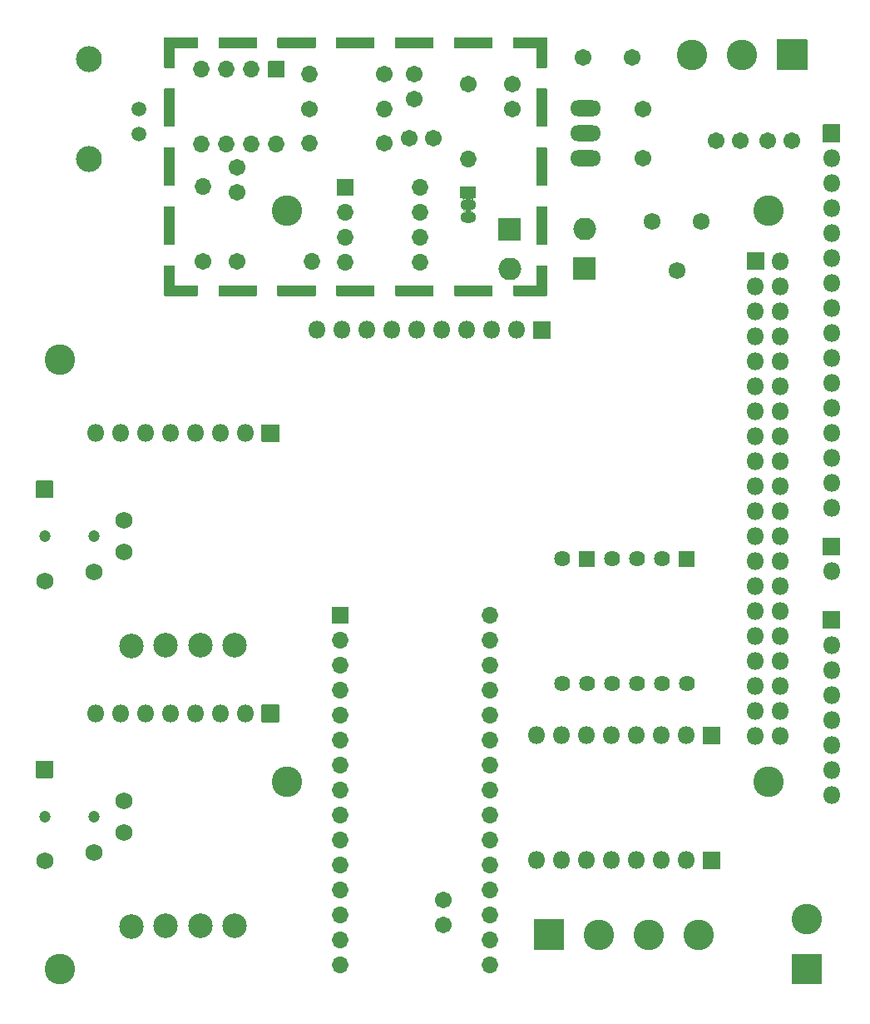
<source format=gts>
G04 #@! TF.GenerationSoftware,KiCad,Pcbnew,(5.1.9)-1*
G04 #@! TF.CreationDate,2021-06-09T23:07:03-07:00*
G04 #@! TF.ProjectId,AlkalinityTitrator,416c6b61-6c69-46e6-9974-795469747261,rev?*
G04 #@! TF.SameCoordinates,Original*
G04 #@! TF.FileFunction,Soldermask,Top*
G04 #@! TF.FilePolarity,Negative*
%FSLAX46Y46*%
G04 Gerber Fmt 4.6, Leading zero omitted, Abs format (unit mm)*
G04 Created by KiCad (PCBNEW (5.1.9)-1) date 2021-06-09 23:07:03*
%MOMM*%
%LPD*%
G01*
G04 APERTURE LIST*
%ADD10O,3.150000X1.626000*%
%ADD11O,1.702000X1.702000*%
%ADD12C,3.102000*%
%ADD13O,1.802000X1.802000*%
%ADD14C,2.502000*%
%ADD15C,1.752000*%
%ADD16C,1.202000*%
%ADD17C,1.626000*%
%ADD18C,2.642000*%
%ADD19C,1.499000*%
%ADD20C,1.702000*%
%ADD21O,2.302000X2.302000*%
%ADD22C,1.722000*%
%ADD23O,1.602000X1.152000*%
%ADD24C,0.150000*%
G04 APERTURE END LIST*
D10*
X180052000Y-50815000D03*
X180052000Y-53355000D03*
X180052000Y-55895000D03*
D11*
X170332000Y-137915000D03*
X155092000Y-137915000D03*
X170332000Y-102355000D03*
X155092000Y-135375000D03*
X170332000Y-104895000D03*
X155092000Y-132835000D03*
X170332000Y-107435000D03*
X155092000Y-130295000D03*
X170332000Y-109975000D03*
X155092000Y-127755000D03*
X170332000Y-112515000D03*
X155092000Y-125215000D03*
X170332000Y-115055000D03*
X155092000Y-122675000D03*
X170332000Y-117595000D03*
X155092000Y-120135000D03*
X170332000Y-120135000D03*
X155092000Y-117595000D03*
X170332000Y-122675000D03*
X155092000Y-115055000D03*
X170332000Y-125215000D03*
X155092000Y-112515000D03*
X170332000Y-127755000D03*
X155092000Y-109975000D03*
X170332000Y-130295000D03*
X155092000Y-107435000D03*
X170332000Y-132835000D03*
X155092000Y-104895000D03*
X170332000Y-135375000D03*
G36*
G01*
X154241000Y-103155000D02*
X154241000Y-101555000D01*
G75*
G02*
X154292000Y-101504000I51000J0D01*
G01*
X155892000Y-101504000D01*
G75*
G02*
X155943000Y-101555000I0J-51000D01*
G01*
X155943000Y-103155000D01*
G75*
G02*
X155892000Y-103206000I-51000J0D01*
G01*
X154292000Y-103206000D01*
G75*
G02*
X154241000Y-103155000I0J51000D01*
G01*
G37*
G36*
G01*
X138243000Y-44655000D02*
X138243000Y-46655000D01*
G75*
G02*
X138192000Y-46706000I-51000J0D01*
G01*
X137192000Y-46706000D01*
G75*
G02*
X137141000Y-46655000I0J51000D01*
G01*
X137141000Y-44655000D01*
G75*
G02*
X137192000Y-44604000I51000J0D01*
G01*
X138192000Y-44604000D01*
G75*
G02*
X138243000Y-44655000I0J-51000D01*
G01*
G37*
G36*
G01*
X176143000Y-44655000D02*
X176143000Y-46655000D01*
G75*
G02*
X176092000Y-46706000I-51000J0D01*
G01*
X175092000Y-46706000D01*
G75*
G02*
X175041000Y-46655000I0J51000D01*
G01*
X175041000Y-44655000D01*
G75*
G02*
X175092000Y-44604000I51000J0D01*
G01*
X176092000Y-44604000D01*
G75*
G02*
X176143000Y-44655000I0J-51000D01*
G01*
G37*
G36*
G01*
X138243000Y-48855000D02*
X138243000Y-52655000D01*
G75*
G02*
X138192000Y-52706000I-51000J0D01*
G01*
X137192000Y-52706000D01*
G75*
G02*
X137141000Y-52655000I0J51000D01*
G01*
X137141000Y-48855000D01*
G75*
G02*
X137192000Y-48804000I51000J0D01*
G01*
X138192000Y-48804000D01*
G75*
G02*
X138243000Y-48855000I0J-51000D01*
G01*
G37*
G36*
G01*
X176143000Y-48855000D02*
X176143000Y-52655000D01*
G75*
G02*
X176092000Y-52706000I-51000J0D01*
G01*
X175092000Y-52706000D01*
G75*
G02*
X175041000Y-52655000I0J51000D01*
G01*
X175041000Y-48855000D01*
G75*
G02*
X175092000Y-48804000I51000J0D01*
G01*
X176092000Y-48804000D01*
G75*
G02*
X176143000Y-48855000I0J-51000D01*
G01*
G37*
G36*
G01*
X138243000Y-54855000D02*
X138243000Y-58655000D01*
G75*
G02*
X138192000Y-58706000I-51000J0D01*
G01*
X137192000Y-58706000D01*
G75*
G02*
X137141000Y-58655000I0J51000D01*
G01*
X137141000Y-54855000D01*
G75*
G02*
X137192000Y-54804000I51000J0D01*
G01*
X138192000Y-54804000D01*
G75*
G02*
X138243000Y-54855000I0J-51000D01*
G01*
G37*
G36*
G01*
X176143000Y-54855000D02*
X176143000Y-58655000D01*
G75*
G02*
X176092000Y-58706000I-51000J0D01*
G01*
X175092000Y-58706000D01*
G75*
G02*
X175041000Y-58655000I0J51000D01*
G01*
X175041000Y-54855000D01*
G75*
G02*
X175092000Y-54804000I51000J0D01*
G01*
X176092000Y-54804000D01*
G75*
G02*
X176143000Y-54855000I0J-51000D01*
G01*
G37*
G36*
G01*
X138243000Y-60855000D02*
X138243000Y-64655000D01*
G75*
G02*
X138192000Y-64706000I-51000J0D01*
G01*
X137192000Y-64706000D01*
G75*
G02*
X137141000Y-64655000I0J51000D01*
G01*
X137141000Y-60855000D01*
G75*
G02*
X137192000Y-60804000I51000J0D01*
G01*
X138192000Y-60804000D01*
G75*
G02*
X138243000Y-60855000I0J-51000D01*
G01*
G37*
G36*
G01*
X176143000Y-60855000D02*
X176143000Y-64655000D01*
G75*
G02*
X176092000Y-64706000I-51000J0D01*
G01*
X175092000Y-64706000D01*
G75*
G02*
X175041000Y-64655000I0J51000D01*
G01*
X175041000Y-60855000D01*
G75*
G02*
X175092000Y-60804000I51000J0D01*
G01*
X176092000Y-60804000D01*
G75*
G02*
X176143000Y-60855000I0J-51000D01*
G01*
G37*
G36*
G01*
X138243000Y-66855000D02*
X138243000Y-68855000D01*
G75*
G02*
X138192000Y-68906000I-51000J0D01*
G01*
X137192000Y-68906000D01*
G75*
G02*
X137141000Y-68855000I0J51000D01*
G01*
X137141000Y-66855000D01*
G75*
G02*
X137192000Y-66804000I51000J0D01*
G01*
X138192000Y-66804000D01*
G75*
G02*
X138243000Y-66855000I0J-51000D01*
G01*
G37*
G36*
G01*
X176143000Y-66855000D02*
X176143000Y-68855000D01*
G75*
G02*
X176092000Y-68906000I-51000J0D01*
G01*
X175092000Y-68906000D01*
G75*
G02*
X175041000Y-68855000I0J51000D01*
G01*
X175041000Y-66855000D01*
G75*
G02*
X175092000Y-66804000I51000J0D01*
G01*
X176092000Y-66804000D01*
G75*
G02*
X176143000Y-66855000I0J-51000D01*
G01*
G37*
G36*
G01*
X140593000Y-43655000D02*
X140593000Y-44655000D01*
G75*
G02*
X140542000Y-44706000I-51000J0D01*
G01*
X138192000Y-44706000D01*
G75*
G02*
X138141000Y-44655000I0J51000D01*
G01*
X138141000Y-43655000D01*
G75*
G02*
X138192000Y-43604000I51000J0D01*
G01*
X140542000Y-43604000D01*
G75*
G02*
X140593000Y-43655000I0J-51000D01*
G01*
G37*
G36*
G01*
X140593000Y-68855000D02*
X140593000Y-69855000D01*
G75*
G02*
X140542000Y-69906000I-51000J0D01*
G01*
X138192000Y-69906000D01*
G75*
G02*
X138141000Y-69855000I0J51000D01*
G01*
X138141000Y-68855000D01*
G75*
G02*
X138192000Y-68804000I51000J0D01*
G01*
X140542000Y-68804000D01*
G75*
G02*
X140593000Y-68855000I0J-51000D01*
G01*
G37*
G36*
G01*
X146593000Y-43655000D02*
X146593000Y-44655000D01*
G75*
G02*
X146542000Y-44706000I-51000J0D01*
G01*
X142742000Y-44706000D01*
G75*
G02*
X142691000Y-44655000I0J51000D01*
G01*
X142691000Y-43655000D01*
G75*
G02*
X142742000Y-43604000I51000J0D01*
G01*
X146542000Y-43604000D01*
G75*
G02*
X146593000Y-43655000I0J-51000D01*
G01*
G37*
G36*
G01*
X146593000Y-68855000D02*
X146593000Y-69855000D01*
G75*
G02*
X146542000Y-69906000I-51000J0D01*
G01*
X142742000Y-69906000D01*
G75*
G02*
X142691000Y-69855000I0J51000D01*
G01*
X142691000Y-68855000D01*
G75*
G02*
X142742000Y-68804000I51000J0D01*
G01*
X146542000Y-68804000D01*
G75*
G02*
X146593000Y-68855000I0J-51000D01*
G01*
G37*
G36*
G01*
X152593000Y-43655000D02*
X152593000Y-44655000D01*
G75*
G02*
X152542000Y-44706000I-51000J0D01*
G01*
X148742000Y-44706000D01*
G75*
G02*
X148691000Y-44655000I0J51000D01*
G01*
X148691000Y-43655000D01*
G75*
G02*
X148742000Y-43604000I51000J0D01*
G01*
X152542000Y-43604000D01*
G75*
G02*
X152593000Y-43655000I0J-51000D01*
G01*
G37*
G36*
G01*
X152593000Y-68855000D02*
X152593000Y-69855000D01*
G75*
G02*
X152542000Y-69906000I-51000J0D01*
G01*
X148742000Y-69906000D01*
G75*
G02*
X148691000Y-69855000I0J51000D01*
G01*
X148691000Y-68855000D01*
G75*
G02*
X148742000Y-68804000I51000J0D01*
G01*
X152542000Y-68804000D01*
G75*
G02*
X152593000Y-68855000I0J-51000D01*
G01*
G37*
G36*
G01*
X158593000Y-43655000D02*
X158593000Y-44655000D01*
G75*
G02*
X158542000Y-44706000I-51000J0D01*
G01*
X154742000Y-44706000D01*
G75*
G02*
X154691000Y-44655000I0J51000D01*
G01*
X154691000Y-43655000D01*
G75*
G02*
X154742000Y-43604000I51000J0D01*
G01*
X158542000Y-43604000D01*
G75*
G02*
X158593000Y-43655000I0J-51000D01*
G01*
G37*
G36*
G01*
X158593000Y-68855000D02*
X158593000Y-69855000D01*
G75*
G02*
X158542000Y-69906000I-51000J0D01*
G01*
X154742000Y-69906000D01*
G75*
G02*
X154691000Y-69855000I0J51000D01*
G01*
X154691000Y-68855000D01*
G75*
G02*
X154742000Y-68804000I51000J0D01*
G01*
X158542000Y-68804000D01*
G75*
G02*
X158593000Y-68855000I0J-51000D01*
G01*
G37*
G36*
G01*
X164593000Y-43655000D02*
X164593000Y-44655000D01*
G75*
G02*
X164542000Y-44706000I-51000J0D01*
G01*
X160742000Y-44706000D01*
G75*
G02*
X160691000Y-44655000I0J51000D01*
G01*
X160691000Y-43655000D01*
G75*
G02*
X160742000Y-43604000I51000J0D01*
G01*
X164542000Y-43604000D01*
G75*
G02*
X164593000Y-43655000I0J-51000D01*
G01*
G37*
G36*
G01*
X164593000Y-68855000D02*
X164593000Y-69855000D01*
G75*
G02*
X164542000Y-69906000I-51000J0D01*
G01*
X160742000Y-69906000D01*
G75*
G02*
X160691000Y-69855000I0J51000D01*
G01*
X160691000Y-68855000D01*
G75*
G02*
X160742000Y-68804000I51000J0D01*
G01*
X164542000Y-68804000D01*
G75*
G02*
X164593000Y-68855000I0J-51000D01*
G01*
G37*
G36*
G01*
X170593000Y-43655000D02*
X170593000Y-44655000D01*
G75*
G02*
X170542000Y-44706000I-51000J0D01*
G01*
X166742000Y-44706000D01*
G75*
G02*
X166691000Y-44655000I0J51000D01*
G01*
X166691000Y-43655000D01*
G75*
G02*
X166742000Y-43604000I51000J0D01*
G01*
X170542000Y-43604000D01*
G75*
G02*
X170593000Y-43655000I0J-51000D01*
G01*
G37*
G36*
G01*
X170593000Y-68855000D02*
X170593000Y-69855000D01*
G75*
G02*
X170542000Y-69906000I-51000J0D01*
G01*
X166742000Y-69906000D01*
G75*
G02*
X166691000Y-69855000I0J51000D01*
G01*
X166691000Y-68855000D01*
G75*
G02*
X166742000Y-68804000I51000J0D01*
G01*
X170542000Y-68804000D01*
G75*
G02*
X170593000Y-68855000I0J-51000D01*
G01*
G37*
G36*
G01*
X175143000Y-43655000D02*
X175143000Y-44655000D01*
G75*
G02*
X175092000Y-44706000I-51000J0D01*
G01*
X172752000Y-44706000D01*
G75*
G02*
X172701000Y-44655000I0J51000D01*
G01*
X172701000Y-43655000D01*
G75*
G02*
X172752000Y-43604000I51000J0D01*
G01*
X175092000Y-43604000D01*
G75*
G02*
X175143000Y-43655000I0J-51000D01*
G01*
G37*
G36*
G01*
X175143000Y-68855000D02*
X175143000Y-69855000D01*
G75*
G02*
X175092000Y-69906000I-51000J0D01*
G01*
X172752000Y-69906000D01*
G75*
G02*
X172701000Y-69855000I0J51000D01*
G01*
X172701000Y-68855000D01*
G75*
G02*
X172752000Y-68804000I51000J0D01*
G01*
X175092000Y-68804000D01*
G75*
G02*
X175143000Y-68855000I0J-51000D01*
G01*
G37*
G36*
G01*
X176143000Y-43655000D02*
X176143000Y-44655000D01*
G75*
G02*
X176092000Y-44706000I-51000J0D01*
G01*
X175092000Y-44706000D01*
G75*
G02*
X175041000Y-44655000I0J51000D01*
G01*
X175041000Y-43655000D01*
G75*
G02*
X175092000Y-43604000I51000J0D01*
G01*
X176092000Y-43604000D01*
G75*
G02*
X176143000Y-43655000I0J-51000D01*
G01*
G37*
G36*
G01*
X138243000Y-43655000D02*
X138243000Y-44655000D01*
G75*
G02*
X138192000Y-44706000I-51000J0D01*
G01*
X137192000Y-44706000D01*
G75*
G02*
X137141000Y-44655000I0J51000D01*
G01*
X137141000Y-43655000D01*
G75*
G02*
X137192000Y-43604000I51000J0D01*
G01*
X138192000Y-43604000D01*
G75*
G02*
X138243000Y-43655000I0J-51000D01*
G01*
G37*
G36*
G01*
X138243000Y-68855000D02*
X138243000Y-69855000D01*
G75*
G02*
X138192000Y-69906000I-51000J0D01*
G01*
X137192000Y-69906000D01*
G75*
G02*
X137141000Y-69855000I0J51000D01*
G01*
X137141000Y-68855000D01*
G75*
G02*
X137192000Y-68804000I51000J0D01*
G01*
X138192000Y-68804000D01*
G75*
G02*
X138243000Y-68855000I0J-51000D01*
G01*
G37*
G36*
G01*
X176143000Y-68855000D02*
X176143000Y-69855000D01*
G75*
G02*
X176092000Y-69906000I-51000J0D01*
G01*
X175092000Y-69906000D01*
G75*
G02*
X175041000Y-69855000I0J51000D01*
G01*
X175041000Y-68855000D01*
G75*
G02*
X175092000Y-68804000I51000J0D01*
G01*
X176092000Y-68804000D01*
G75*
G02*
X176143000Y-68855000I0J-51000D01*
G01*
G37*
D12*
X149653000Y-61231000D03*
G36*
G01*
X147132000Y-111454000D02*
X148832000Y-111454000D01*
G75*
G02*
X148883000Y-111505000I0J-51000D01*
G01*
X148883000Y-113205000D01*
G75*
G02*
X148832000Y-113256000I-51000J0D01*
G01*
X147132000Y-113256000D01*
G75*
G02*
X147081000Y-113205000I0J51000D01*
G01*
X147081000Y-111505000D01*
G75*
G02*
X147132000Y-111454000I51000J0D01*
G01*
G37*
D13*
X145442000Y-112355000D03*
X142902000Y-112355000D03*
X140362000Y-112355000D03*
X137822000Y-112355000D03*
X135282000Y-112355000D03*
X132742000Y-112355000D03*
X130202000Y-112355000D03*
D14*
X144342000Y-133945000D03*
X140842000Y-133945000D03*
X137342000Y-133945000D03*
X133842000Y-133995000D03*
G36*
G01*
X124116000Y-90380000D02*
X124116000Y-88730000D01*
G75*
G02*
X124167000Y-88679000I51000J0D01*
G01*
X125817000Y-88679000D01*
G75*
G02*
X125868000Y-88730000I0J-51000D01*
G01*
X125868000Y-90380000D01*
G75*
G02*
X125817000Y-90431000I-51000J0D01*
G01*
X124167000Y-90431000D01*
G75*
G02*
X124116000Y-90380000I0J51000D01*
G01*
G37*
D15*
X129992000Y-97955000D03*
X133092000Y-92755000D03*
X124992000Y-98855000D03*
D16*
X124992000Y-94355000D03*
X129992000Y-94355000D03*
D15*
X133092000Y-95955000D03*
D13*
X187782000Y-127295000D03*
X190322000Y-127295000D03*
X182702000Y-127295000D03*
X180162000Y-127295000D03*
X177622000Y-127295000D03*
X175082000Y-127295000D03*
X185242000Y-127295000D03*
G36*
G01*
X192012000Y-126394000D02*
X193712000Y-126394000D01*
G75*
G02*
X193763000Y-126445000I0J-51000D01*
G01*
X193763000Y-128145000D01*
G75*
G02*
X193712000Y-128196000I-51000J0D01*
G01*
X192012000Y-128196000D01*
G75*
G02*
X191961000Y-128145000I0J51000D01*
G01*
X191961000Y-126445000D01*
G75*
G02*
X192012000Y-126394000I51000J0D01*
G01*
G37*
G36*
G01*
X192012000Y-113694000D02*
X193712000Y-113694000D01*
G75*
G02*
X193763000Y-113745000I0J-51000D01*
G01*
X193763000Y-115445000D01*
G75*
G02*
X193712000Y-115496000I-51000J0D01*
G01*
X192012000Y-115496000D01*
G75*
G02*
X191961000Y-115445000I0J51000D01*
G01*
X191961000Y-113745000D01*
G75*
G02*
X192012000Y-113694000I51000J0D01*
G01*
G37*
X190322000Y-114595000D03*
X187782000Y-114595000D03*
X185242000Y-114595000D03*
X182702000Y-114595000D03*
X180162000Y-114595000D03*
X177622000Y-114595000D03*
X175082000Y-114595000D03*
G36*
G01*
X191124000Y-97438000D02*
X189600000Y-97438000D01*
G75*
G02*
X189549000Y-97387000I0J51000D01*
G01*
X189549000Y-95863000D01*
G75*
G02*
X189600000Y-95812000I51000J0D01*
G01*
X191124000Y-95812000D01*
G75*
G02*
X191175000Y-95863000I0J-51000D01*
G01*
X191175000Y-97387000D01*
G75*
G02*
X191124000Y-97438000I-51000J0D01*
G01*
G37*
D17*
X187822000Y-96625000D03*
X185282000Y-96625000D03*
X182742000Y-96625000D03*
G36*
G01*
X180964000Y-97438000D02*
X179440000Y-97438000D01*
G75*
G02*
X179389000Y-97387000I0J51000D01*
G01*
X179389000Y-95863000D01*
G75*
G02*
X179440000Y-95812000I51000J0D01*
G01*
X180964000Y-95812000D01*
G75*
G02*
X181015000Y-95863000I0J-51000D01*
G01*
X181015000Y-97387000D01*
G75*
G02*
X180964000Y-97438000I-51000J0D01*
G01*
G37*
X177662000Y-96625000D03*
X190362000Y-109325000D03*
X187822000Y-109325000D03*
X185282000Y-109325000D03*
X182742000Y-109325000D03*
X180202000Y-109325000D03*
X177662000Y-109325000D03*
D13*
X205092000Y-91455000D03*
X205092000Y-88915000D03*
X205092000Y-86375000D03*
X205092000Y-83835000D03*
X205092000Y-81295000D03*
X205092000Y-78755000D03*
X205092000Y-76215000D03*
X205092000Y-73675000D03*
X205092000Y-71135000D03*
X205092000Y-68595000D03*
X205092000Y-66055000D03*
X205092000Y-63515000D03*
X205092000Y-60975000D03*
X205092000Y-58435000D03*
X205092000Y-55895000D03*
G36*
G01*
X205993000Y-52505000D02*
X205993000Y-54205000D01*
G75*
G02*
X205942000Y-54256000I-51000J0D01*
G01*
X204242000Y-54256000D01*
G75*
G02*
X204191000Y-54205000I0J51000D01*
G01*
X204191000Y-52505000D01*
G75*
G02*
X204242000Y-52454000I51000J0D01*
G01*
X205942000Y-52454000D01*
G75*
G02*
X205993000Y-52505000I0J-51000D01*
G01*
G37*
G36*
G01*
X205993000Y-94505000D02*
X205993000Y-96205000D01*
G75*
G02*
X205942000Y-96256000I-51000J0D01*
G01*
X204242000Y-96256000D01*
G75*
G02*
X204191000Y-96205000I0J51000D01*
G01*
X204191000Y-94505000D01*
G75*
G02*
X204242000Y-94454000I51000J0D01*
G01*
X205942000Y-94454000D01*
G75*
G02*
X205993000Y-94505000I0J-51000D01*
G01*
G37*
X205092000Y-97895000D03*
X205092000Y-120635000D03*
X205092000Y-118095000D03*
X205092000Y-115555000D03*
X205092000Y-113015000D03*
X205092000Y-110475000D03*
X205092000Y-107935000D03*
X205092000Y-105395000D03*
G36*
G01*
X205993000Y-102005000D02*
X205993000Y-103705000D01*
G75*
G02*
X205942000Y-103756000I-51000J0D01*
G01*
X204242000Y-103756000D01*
G75*
G02*
X204191000Y-103705000I0J51000D01*
G01*
X204191000Y-102005000D01*
G75*
G02*
X204242000Y-101954000I51000J0D01*
G01*
X205942000Y-101954000D01*
G75*
G02*
X205993000Y-102005000I0J-51000D01*
G01*
G37*
D18*
X129512000Y-45775000D03*
X129512000Y-55935000D03*
D19*
X134592000Y-53395000D03*
X134592000Y-50855000D03*
D20*
X198592000Y-54105000D03*
X201092000Y-54105000D03*
X172592000Y-50855000D03*
X172592000Y-48355000D03*
X195842000Y-54105000D03*
X193342000Y-54105000D03*
X165592000Y-131355000D03*
X165592000Y-133855000D03*
X144592000Y-56855000D03*
X144592000Y-59355000D03*
X164592000Y-53855000D03*
X162092000Y-53855000D03*
X162592000Y-49855000D03*
X162592000Y-47355000D03*
D21*
X179962000Y-63105000D03*
G36*
G01*
X171191000Y-64205000D02*
X171191000Y-62005000D01*
G75*
G02*
X171242000Y-61954000I51000J0D01*
G01*
X173442000Y-61954000D01*
G75*
G02*
X173493000Y-62005000I0J-51000D01*
G01*
X173493000Y-64205000D01*
G75*
G02*
X173442000Y-64256000I-51000J0D01*
G01*
X171242000Y-64256000D01*
G75*
G02*
X171191000Y-64205000I0J51000D01*
G01*
G37*
X172342000Y-67105000D03*
G36*
G01*
X181113000Y-66005000D02*
X181113000Y-68205000D01*
G75*
G02*
X181062000Y-68256000I-51000J0D01*
G01*
X178862000Y-68256000D01*
G75*
G02*
X178811000Y-68205000I0J51000D01*
G01*
X178811000Y-66005000D01*
G75*
G02*
X178862000Y-65954000I51000J0D01*
G01*
X181062000Y-65954000D01*
G75*
G02*
X181113000Y-66005000I0J-51000D01*
G01*
G37*
D12*
X198653000Y-61231000D03*
X198653000Y-119289000D03*
X149625000Y-119289000D03*
X126592000Y-76355000D03*
X126592000Y-138355000D03*
D13*
X199915000Y-114610000D03*
X197375000Y-114610000D03*
X199915000Y-112070000D03*
X197375000Y-112070000D03*
X199915000Y-109530000D03*
X197375000Y-109530000D03*
X199915000Y-106990000D03*
X197375000Y-106990000D03*
X199915000Y-104450000D03*
X197375000Y-104450000D03*
X199915000Y-101910000D03*
X197375000Y-101910000D03*
X199915000Y-99370000D03*
X197375000Y-99370000D03*
X199915000Y-96830000D03*
X197375000Y-96830000D03*
X199915000Y-94290000D03*
X197375000Y-94290000D03*
X199915000Y-91750000D03*
X197375000Y-91750000D03*
X199915000Y-89210000D03*
X197375000Y-89210000D03*
X199915000Y-86670000D03*
X197375000Y-86670000D03*
X199915000Y-84130000D03*
X197375000Y-84130000D03*
X199915000Y-81590000D03*
X197375000Y-81590000D03*
X199915000Y-79050000D03*
X197375000Y-79050000D03*
X199915000Y-76510000D03*
X197375000Y-76510000D03*
X199915000Y-73970000D03*
X197375000Y-73970000D03*
X199915000Y-71430000D03*
X197375000Y-71430000D03*
X199915000Y-68890000D03*
X197375000Y-68890000D03*
X199915000Y-66350000D03*
G36*
G01*
X198276000Y-65500000D02*
X198276000Y-67200000D01*
G75*
G02*
X198225000Y-67251000I-51000J0D01*
G01*
X196525000Y-67251000D01*
G75*
G02*
X196474000Y-67200000I0J51000D01*
G01*
X196474000Y-65500000D01*
G75*
G02*
X196525000Y-65449000I51000J0D01*
G01*
X198225000Y-65449000D01*
G75*
G02*
X198276000Y-65500000I0J-51000D01*
G01*
G37*
D12*
X191582000Y-134855000D03*
G36*
G01*
X174791000Y-136355000D02*
X174791000Y-133355000D01*
G75*
G02*
X174842000Y-133304000I51000J0D01*
G01*
X177842000Y-133304000D01*
G75*
G02*
X177893000Y-133355000I0J-51000D01*
G01*
X177893000Y-136355000D01*
G75*
G02*
X177842000Y-136406000I-51000J0D01*
G01*
X174842000Y-136406000D01*
G75*
G02*
X174791000Y-136355000I0J51000D01*
G01*
G37*
X186502000Y-134855000D03*
X181422000Y-134855000D03*
G36*
G01*
X124116000Y-118880000D02*
X124116000Y-117230000D01*
G75*
G02*
X124167000Y-117179000I51000J0D01*
G01*
X125817000Y-117179000D01*
G75*
G02*
X125868000Y-117230000I0J-51000D01*
G01*
X125868000Y-118880000D01*
G75*
G02*
X125817000Y-118931000I-51000J0D01*
G01*
X124167000Y-118931000D01*
G75*
G02*
X124116000Y-118880000I0J51000D01*
G01*
G37*
D15*
X129992000Y-126455000D03*
X133092000Y-121255000D03*
X124992000Y-127355000D03*
D16*
X124992000Y-122855000D03*
X129992000Y-122855000D03*
D15*
X133092000Y-124455000D03*
D12*
X190932000Y-45355000D03*
X196012000Y-45355000D03*
G36*
G01*
X202643000Y-43855000D02*
X202643000Y-46855000D01*
G75*
G02*
X202592000Y-46906000I-51000J0D01*
G01*
X199592000Y-46906000D01*
G75*
G02*
X199541000Y-46855000I0J51000D01*
G01*
X199541000Y-43855000D01*
G75*
G02*
X199592000Y-43804000I51000J0D01*
G01*
X202592000Y-43804000D01*
G75*
G02*
X202643000Y-43855000I0J-51000D01*
G01*
G37*
X202592000Y-133275000D03*
G36*
G01*
X204092000Y-139906000D02*
X201092000Y-139906000D01*
G75*
G02*
X201041000Y-139855000I0J51000D01*
G01*
X201041000Y-136855000D01*
G75*
G02*
X201092000Y-136804000I51000J0D01*
G01*
X204092000Y-136804000D01*
G75*
G02*
X204143000Y-136855000I0J-51000D01*
G01*
X204143000Y-139855000D01*
G75*
G02*
X204092000Y-139906000I-51000J0D01*
G01*
G37*
D11*
X141092000Y-58735000D03*
D20*
X141092000Y-66355000D03*
D11*
X152212000Y-66355000D03*
D20*
X144592000Y-66355000D03*
D11*
X151972000Y-54355000D03*
D20*
X159592000Y-54355000D03*
D11*
X159592000Y-50855000D03*
D20*
X151972000Y-50855000D03*
D11*
X151972000Y-47355000D03*
D20*
X159592000Y-47355000D03*
D11*
X168092000Y-55975000D03*
D20*
X168092000Y-48355000D03*
D22*
X186842000Y-62355000D03*
X189342000Y-67355000D03*
X191842000Y-62355000D03*
D13*
X152732000Y-73355000D03*
X155272000Y-73355000D03*
X157812000Y-73355000D03*
X160352000Y-73355000D03*
X162892000Y-73355000D03*
X165432000Y-73355000D03*
X167972000Y-73355000D03*
X170512000Y-73355000D03*
X173052000Y-73355000D03*
G36*
G01*
X174742000Y-72454000D02*
X176442000Y-72454000D01*
G75*
G02*
X176493000Y-72505000I0J-51000D01*
G01*
X176493000Y-74205000D01*
G75*
G02*
X176442000Y-74256000I-51000J0D01*
G01*
X174742000Y-74256000D01*
G75*
G02*
X174691000Y-74205000I0J51000D01*
G01*
X174691000Y-72505000D01*
G75*
G02*
X174742000Y-72454000I51000J0D01*
G01*
G37*
G36*
G01*
X147132000Y-82954000D02*
X148832000Y-82954000D01*
G75*
G02*
X148883000Y-83005000I0J-51000D01*
G01*
X148883000Y-84705000D01*
G75*
G02*
X148832000Y-84756000I-51000J0D01*
G01*
X147132000Y-84756000D01*
G75*
G02*
X147081000Y-84705000I0J51000D01*
G01*
X147081000Y-83005000D01*
G75*
G02*
X147132000Y-82954000I51000J0D01*
G01*
G37*
X145442000Y-83855000D03*
X142902000Y-83855000D03*
X140362000Y-83855000D03*
X137822000Y-83855000D03*
X135282000Y-83855000D03*
X132742000Y-83855000D03*
X130202000Y-83855000D03*
D14*
X144342000Y-105445000D03*
X140842000Y-105445000D03*
X137342000Y-105445000D03*
X133842000Y-105495000D03*
G36*
G01*
X167342000Y-58779000D02*
X168842000Y-58779000D01*
G75*
G02*
X168893000Y-58830000I0J-51000D01*
G01*
X168893000Y-59880000D01*
G75*
G02*
X168842000Y-59931000I-51000J0D01*
G01*
X167342000Y-59931000D01*
G75*
G02*
X167291000Y-59880000I0J51000D01*
G01*
X167291000Y-58830000D01*
G75*
G02*
X167342000Y-58779000I51000J0D01*
G01*
G37*
D23*
X168092000Y-61895000D03*
X168092000Y-60625000D03*
D11*
X148592000Y-54475000D03*
X140972000Y-46855000D03*
X146052000Y-54475000D03*
X143512000Y-46855000D03*
X143512000Y-54475000D03*
X146052000Y-46855000D03*
X140972000Y-54475000D03*
G36*
G01*
X147792000Y-46004000D02*
X149392000Y-46004000D01*
G75*
G02*
X149443000Y-46055000I0J-51000D01*
G01*
X149443000Y-47655000D01*
G75*
G02*
X149392000Y-47706000I-51000J0D01*
G01*
X147792000Y-47706000D01*
G75*
G02*
X147741000Y-47655000I0J51000D01*
G01*
X147741000Y-46055000D01*
G75*
G02*
X147792000Y-46004000I51000J0D01*
G01*
G37*
X163212000Y-58855000D03*
X155592000Y-66475000D03*
X163212000Y-61395000D03*
X155592000Y-63935000D03*
X163212000Y-63935000D03*
X155592000Y-61395000D03*
X163212000Y-66475000D03*
G36*
G01*
X154741000Y-59655000D02*
X154741000Y-58055000D01*
G75*
G02*
X154792000Y-58004000I51000J0D01*
G01*
X156392000Y-58004000D01*
G75*
G02*
X156443000Y-58055000I0J-51000D01*
G01*
X156443000Y-59655000D01*
G75*
G02*
X156392000Y-59706000I-51000J0D01*
G01*
X154792000Y-59706000D01*
G75*
G02*
X154741000Y-59655000I0J51000D01*
G01*
G37*
D20*
X179842000Y-45605000D03*
X184842000Y-45605000D03*
X185942000Y-50855000D03*
X185942000Y-55855000D03*
D24*
G36*
X167640067Y-61151409D02*
G01*
X167647343Y-61155298D01*
X167755023Y-61187962D01*
X167867094Y-61199000D01*
X168316906Y-61199000D01*
X168428977Y-61187962D01*
X168536657Y-61155298D01*
X168543933Y-61151409D01*
X168545932Y-61151475D01*
X168546875Y-61153238D01*
X168545987Y-61154836D01*
X168530882Y-61164929D01*
X168513835Y-61181976D01*
X168500440Y-61202024D01*
X168491214Y-61224298D01*
X168486510Y-61247948D01*
X168486510Y-61272054D01*
X168491215Y-61295704D01*
X168500441Y-61317978D01*
X168513836Y-61338025D01*
X168530883Y-61355072D01*
X168545987Y-61365164D01*
X168546872Y-61366958D01*
X168545761Y-61368621D01*
X168543933Y-61368591D01*
X168536657Y-61364702D01*
X168428977Y-61332038D01*
X168316906Y-61321000D01*
X167867094Y-61321000D01*
X167755023Y-61332038D01*
X167647343Y-61364702D01*
X167640067Y-61368591D01*
X167638068Y-61368525D01*
X167637125Y-61366762D01*
X167638013Y-61365164D01*
X167653118Y-61355071D01*
X167670165Y-61338024D01*
X167683560Y-61317976D01*
X167692786Y-61295702D01*
X167697490Y-61272052D01*
X167697490Y-61247946D01*
X167692785Y-61224296D01*
X167683559Y-61202022D01*
X167670164Y-61181975D01*
X167653117Y-61164928D01*
X167638013Y-61154836D01*
X167637128Y-61153042D01*
X167638239Y-61151379D01*
X167640067Y-61151409D01*
G37*
G36*
X168725072Y-59930000D02*
G01*
X168725072Y-59932000D01*
X168723536Y-59932990D01*
X168699349Y-59935372D01*
X168676274Y-59942372D01*
X168655010Y-59953737D01*
X168636373Y-59969032D01*
X168621078Y-59987669D01*
X168609713Y-60008933D01*
X168602713Y-60032008D01*
X168600350Y-60055999D01*
X168602713Y-60079990D01*
X168609713Y-60103065D01*
X168621078Y-60124329D01*
X168636405Y-60143005D01*
X168637877Y-60144339D01*
X168638489Y-60146243D01*
X168637146Y-60147725D01*
X168635591Y-60147585D01*
X168536657Y-60094702D01*
X168428977Y-60062038D01*
X168316906Y-60051000D01*
X167867094Y-60051000D01*
X167755023Y-60062038D01*
X167647343Y-60094702D01*
X167548108Y-60147745D01*
X167545568Y-60149830D01*
X167543594Y-60150156D01*
X167542326Y-60148610D01*
X167542885Y-60146870D01*
X167555731Y-60134024D01*
X167569126Y-60113976D01*
X167578353Y-60091703D01*
X167583057Y-60068052D01*
X167583057Y-60043946D01*
X167578353Y-60020296D01*
X167569126Y-59998022D01*
X167555732Y-59977975D01*
X167538685Y-59960928D01*
X167518637Y-59947533D01*
X167496364Y-59938306D01*
X167472667Y-59933593D01*
X167460562Y-59932998D01*
X167458881Y-59931914D01*
X167458979Y-59929916D01*
X167460660Y-59929000D01*
X168723340Y-59929000D01*
X168725072Y-59930000D01*
G37*
M02*

</source>
